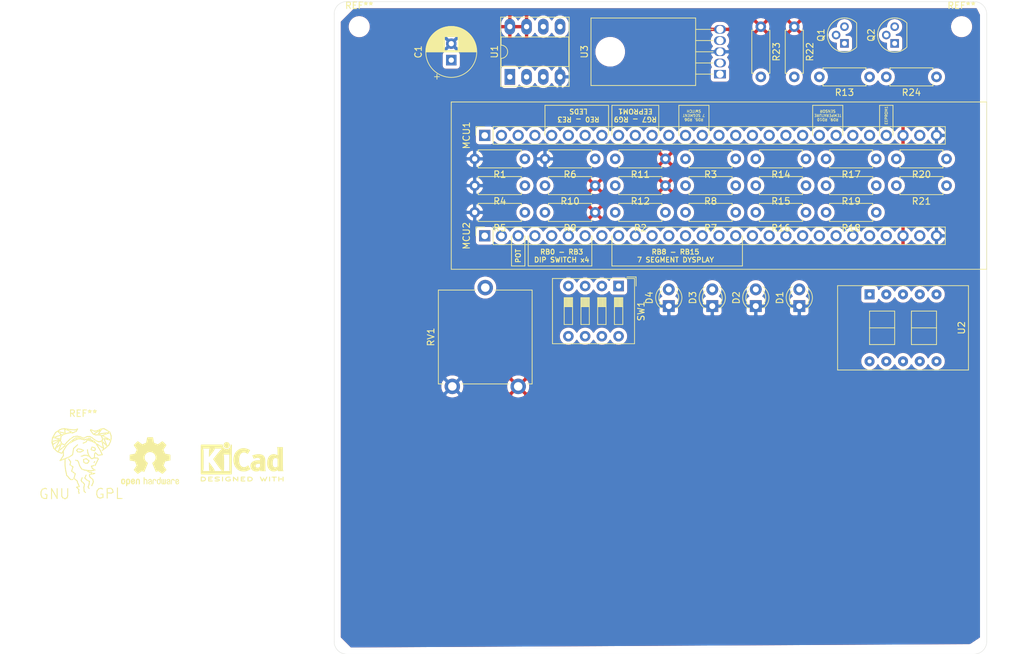
<source format=kicad_pcb>
(kicad_pcb (version 20171130) (host pcbnew "(5.1.0)-1")
  (layers (0 F.Cu signal) (31 B.Cu signal) (34 B.Paste user) (35 F.Paste user) (36 B.SilkS user) (37 F.SilkS user) (38 B.Mask user) (39 F.Mask user) (44 Edge.Cuts user))
  (net 0 "")
  (net 1 "Net-(C1-Pad1)")
  (net 2 GND)
  (net 3 "Net-(D1-Pad2)")
  (net 4 "Net-(D2-Pad2)")
  (net 5 "Net-(D3-Pad2)")
  (net 6 "Net-(D4-Pad2)")
  (net 7 /RE7)
  (net 8 /RE6)
  (net 9 /RE5)
  (net 10 /RE4)
  (net 11 /RE3)
  (net 12 /RE2)
  (net 13 /RE1)
  (net 14 /RE0)
  (net 15 /RG7)
  (net 16 /RG8)
  (net 17 /RG9)
  (net 18 /RD7)
  (net 19 /RD6)
  (net 20 /RD5)
  (net 21 /RD4)
  (net 22 /RD3)
  (net 23 /RD2)
  (net 24 /RD1)
  (net 25 /RD0)
  (net 26 /RD11)
  (net 27 /RD10)
  (net 28 /RD9)
  (net 29 /RD8)
  (net 30 /RG3)
  (net 31 /RG6)
  (net 32 /+3.3V)
  (net 33 /+5V_EXT)
  (net 34 /RC13)
  (net 35 /RG2)
  (net 36 /VUSB)
  (net 37 /VBUS)
  (net 38 /RF5)
  (net 39 /RF4)
  (net 40 /RF3)
  (net 41 /RF1)
  (net 42 /RF0)
  (net 43 /RB15)
  (net 44 /RB14)
  (net 45 /RB13)
  (net 46 /RB12)
  (net 47 /RB11)
  (net 48 /RB10)
  (net 49 /RB9)
  (net 50 /RB8)
  (net 51 /RB7)
  (net 52 /RB0)
  (net 53 /RB1)
  (net 54 /RB2)
  (net 55 /RB3)
  (net 56 /RB4)
  (net 57 /RB5)
  (net 58 /RB6)
  (net 59 "Net-(Q1-Pad3)")
  (net 60 "Net-(Q1-Pad1)")
  (net 61 "Net-(Q2-Pad1)")
  (net 62 "Net-(R9-Pad2)")
  (net 63 "Net-(R10-Pad2)")
  (net 64 "Net-(R11-Pad2)")
  (net 65 "Net-(R12-Pad2)")
  (net 66 "Net-(R14-Pad1)")
  (net 67 "Net-(R15-Pad1)")
  (net 68 "Net-(R16-Pad1)")
  (net 69 "Net-(R17-Pad1)")
  (net 70 "Net-(R18-Pad1)")
  (net 71 "Net-(R19-Pad1)")
  (net 72 "Net-(R20-Pad1)")
  (net 73 "Net-(R21-Pad1)")
  (module Symbol:Symbol_GNU-Logo_SilkscreenTop (layer F.Cu) (at 88.9 93.98)
    (fp_text reference REF** (at 0 -6.05028) (layer F.SilkS))
    (fp_text value Symbol_GNU-Logo_SilkscreenTop)
  )
  (module Symbol:OSHW-Logo2_9.8x8mm_SilkScreen (layer F.Cu) (at 99.06 95.25)
    (fp_text reference REF** hide)
    (fp_text value OSHW-Logo2_9.8x8mm_SilkScreen hide)
  )
  (module Symbol:KiCad-Logo2_5mm_SilkScreen (layer F.Cu) (at 113.03 95.25)
    (fp_text reference REF** hide)
    (fp_text value KiCad-Logo2_5mm_SilkScreen hide)
  )
  (module MountingHole:MountingHole_2.2mm_M2 (layer F.Cu) (at 222.25 29.21)
    (fp_text reference REF** (at 0 -3.2) (layer F.SilkS))
    (fp_text value MountingHole_2.2mm_M2)
    (pad 1 np_thru_hole circle (at 0 0) (size 2.2 2.2) (drill 2.2) (layers *.Cu *.Mask))
  )
  (module MountingHole:MountingHole_2.2mm_M2 (layer F.Cu) (at 130.81 29.21)
    (fp_text reference REF** (at 0 -3.2) (layer F.SilkS))
    (fp_text value MountingHole_2.2mm_M2)
    (pad 1 np_thru_hole circle (at 0 0) (size 2.2 2.2) (drill 2.2) (layers *.Cu *.Mask))
  )
  (module Capacitor_THT:CP_Radial_D7.5mm_P2.50mm (layer F.Cu) (at 144.78 34.29 90)
    (fp_text reference C1 (at 1.25 -5 90) (layer F.SilkS))
    (fp_text value 100nF)
    (pad 1 thru_hole rect (at 0 0 90) (size 1.6 1.6) (drill 0.8) (layers *.Cu *.Mask) (net 1 "Net-(C1-Pad1)"))
    (pad 2 thru_hole circle (at 2.5 0 90) (size 1.6 1.6) (drill 0.8) (layers *.Cu *.Mask) (net 2 GND))
  )
  (module LED_THT:LED_D3.0mm (layer F.Cu) (at 197.612 71.628 90)
    (fp_text reference D1 (at 1.27 -2.96 90) (layer F.SilkS))
    (fp_text value LED)
    (pad 2 thru_hole circle (at 2.54 0 90) (size 1.8 1.8) (drill 0.9) (layers *.Cu *.Mask) (net 3 "Net-(D1-Pad2)"))
    (pad 1 thru_hole rect (at 0 0 90) (size 1.8 1.8) (drill 0.9) (layers *.Cu *.Mask) (net 2 GND))
  )
  (module LED_THT:LED_D3.0mm (layer F.Cu) (at 191.008 71.628 90)
    (fp_text reference D2 (at 1.27 -2.96 90) (layer F.SilkS))
    (fp_text value LED)
    (pad 1 thru_hole rect (at 0 0 90) (size 1.8 1.8) (drill 0.9) (layers *.Cu *.Mask) (net 2 GND))
    (pad 2 thru_hole circle (at 2.54 0 90) (size 1.8 1.8) (drill 0.9) (layers *.Cu *.Mask) (net 4 "Net-(D2-Pad2)"))
  )
  (module LED_THT:LED_D3.0mm (layer F.Cu) (at 184.404 71.628 90)
    (fp_text reference D3 (at 1.27 -2.96 90) (layer F.SilkS))
    (fp_text value LED)
    (pad 1 thru_hole rect (at 0 0 90) (size 1.8 1.8) (drill 0.9) (layers *.Cu *.Mask) (net 2 GND))
    (pad 2 thru_hole circle (at 2.54 0 90) (size 1.8 1.8) (drill 0.9) (layers *.Cu *.Mask) (net 5 "Net-(D3-Pad2)"))
  )
  (module LED_THT:LED_D3.0mm (layer F.Cu) (at 177.8 71.628 90)
    (fp_text reference D4 (at 1.27 -2.96 90) (layer F.SilkS))
    (fp_text value LED)
    (pad 2 thru_hole circle (at 2.54 0 90) (size 1.8 1.8) (drill 0.9) (layers *.Cu *.Mask) (net 6 "Net-(D4-Pad2)"))
    (pad 1 thru_hole rect (at 0 0 90) (size 1.8 1.8) (drill 0.9) (layers *.Cu *.Mask) (net 2 GND))
  )
  (module Package_TO_SOT_THT:TO-92 (layer F.Cu) (at 204.47 31.75 90)
    (fp_text reference Q1 (at 1.27 -3.56 90) (layer F.SilkS))
    (fp_text value VN2222)
    (pad 2 thru_hole circle (at 1.27 -1.27 180) (size 1.3 1.3) (drill 0.75) (layers *.Cu *.Mask) (net 19 /RD6))
    (pad 3 thru_hole circle (at 2.54 0 180) (size 1.3 1.3) (drill 0.75) (layers *.Cu *.Mask) (net 59 "Net-(Q1-Pad3)"))
    (pad 1 thru_hole rect (at 0 0 180) (size 1.3 1.3) (drill 0.75) (layers *.Cu *.Mask) (net 60 "Net-(Q1-Pad1)"))
  )
  (module Package_TO_SOT_THT:TO-92 (layer F.Cu) (at 212.09 31.75 90)
    (fp_text reference Q2 (at 1.27 -3.56 90) (layer F.SilkS))
    (fp_text value VN2222)
    (pad 1 thru_hole rect (at 0 0 180) (size 1.3 1.3) (drill 0.75) (layers *.Cu *.Mask) (net 61 "Net-(Q2-Pad1)"))
    (pad 3 thru_hole circle (at 2.54 0 180) (size 1.3 1.3) (drill 0.75) (layers *.Cu *.Mask) (net 59 "Net-(Q1-Pad3)"))
    (pad 2 thru_hole circle (at 1.27 -1.27 180) (size 1.3 1.3) (drill 0.75) (layers *.Cu *.Mask) (net 20 /RD5))
  )
  (module Resistor_THT:R_Axial_DIN0207_L6.3mm_D2.5mm_P7.62mm_Horizontal (layer F.Cu) (at 155.956 49.276 180)
    (fp_text reference R1 (at 3.81 -2.37 180) (layer F.SilkS))
    (fp_text value "10k ")
    (pad 2 thru_hole oval (at 7.62 0 180) (size 1.6 1.6) (drill 0.8) (layers *.Cu *.Mask) (net 2 GND))
    (pad 1 thru_hole circle (at 0 0 180) (size 1.6 1.6) (drill 0.8) (layers *.Cu *.Mask) (net 55 /RB3))
  )
  (module Resistor_THT:R_Axial_DIN0207_L6.3mm_D2.5mm_P7.62mm_Horizontal (layer F.Cu) (at 177.292 57.404 180)
    (fp_text reference R2 (at 3.81 -2.37 180) (layer F.SilkS))
    (fp_text value 270)
    (pad 1 thru_hole circle (at 0 0 180) (size 1.6 1.6) (drill 0.8) (layers *.Cu *.Mask) (net 4 "Net-(D2-Pad2)"))
    (pad 2 thru_hole oval (at 7.62 0 180) (size 1.6 1.6) (drill 0.8) (layers *.Cu *.Mask) (net 12 /RE2))
  )
  (module Resistor_THT:R_Axial_DIN0207_L6.3mm_D2.5mm_P7.62mm_Horizontal (layer F.Cu) (at 187.96 49.276 180)
    (fp_text reference R3 (at 3.81 -2.37 180) (layer F.SilkS))
    (fp_text value 270)
    (pad 1 thru_hole circle (at 0 0 180) (size 1.6 1.6) (drill 0.8) (layers *.Cu *.Mask) (net 3 "Net-(D1-Pad2)"))
    (pad 2 thru_hole oval (at 7.62 0 180) (size 1.6 1.6) (drill 0.8) (layers *.Cu *.Mask) (net 11 /RE3))
  )
  (module Resistor_THT:R_Axial_DIN0207_L6.3mm_D2.5mm_P7.62mm_Horizontal (layer F.Cu) (at 155.956 53.34 180)
    (fp_text reference R4 (at 3.81 -2.37 180) (layer F.SilkS))
    (fp_text value "10k ")
    (pad 1 thru_hole circle (at 0 0 180) (size 1.6 1.6) (drill 0.8) (layers *.Cu *.Mask) (net 54 /RB2))
    (pad 2 thru_hole oval (at 7.62 0 180) (size 1.6 1.6) (drill 0.8) (layers *.Cu *.Mask) (net 2 GND))
  )
  (module Resistor_THT:R_Axial_DIN0207_L6.3mm_D2.5mm_P7.62mm_Horizontal (layer F.Cu) (at 155.956 57.404 180)
    (fp_text reference R5 (at 3.81 -2.37 180) (layer F.SilkS))
    (fp_text value "10k ")
    (pad 2 thru_hole oval (at 7.62 0 180) (size 1.6 1.6) (drill 0.8) (layers *.Cu *.Mask) (net 2 GND))
    (pad 1 thru_hole circle (at 0 0 180) (size 1.6 1.6) (drill 0.8) (layers *.Cu *.Mask) (net 53 /RB1))
  )
  (module Resistor_THT:R_Axial_DIN0207_L6.3mm_D2.5mm_P7.62mm_Horizontal (layer F.Cu) (at 166.624 49.276 180)
    (fp_text reference R6 (at 3.81 -2.37 180) (layer F.SilkS))
    (fp_text value "10k ")
    (pad 1 thru_hole circle (at 0 0 180) (size 1.6 1.6) (drill 0.8) (layers *.Cu *.Mask) (net 52 /RB0))
    (pad 2 thru_hole oval (at 7.62 0 180) (size 1.6 1.6) (drill 0.8) (layers *.Cu *.Mask) (net 2 GND))
  )
  (module Resistor_THT:R_Axial_DIN0207_L6.3mm_D2.5mm_P7.62mm_Horizontal (layer F.Cu) (at 187.96 57.404 180)
    (fp_text reference R7 (at 3.81 -2.37 180) (layer F.SilkS))
    (fp_text value 270)
    (pad 2 thru_hole oval (at 7.62 0 180) (size 1.6 1.6) (drill 0.8) (layers *.Cu *.Mask) (net 5 "Net-(D3-Pad2)"))
    (pad 1 thru_hole circle (at 0 0 180) (size 1.6 1.6) (drill 0.8) (layers *.Cu *.Mask) (net 13 /RE1))
  )
  (module Resistor_THT:R_Axial_DIN0207_L6.3mm_D2.5mm_P7.62mm_Horizontal (layer F.Cu) (at 187.96 53.34 180)
    (fp_text reference R8 (at 3.81 -2.37 180) (layer F.SilkS))
    (fp_text value 270)
    (pad 1 thru_hole circle (at 0 0 180) (size 1.6 1.6) (drill 0.8) (layers *.Cu *.Mask) (net 14 /RE0))
    (pad 2 thru_hole oval (at 7.62 0 180) (size 1.6 1.6) (drill 0.8) (layers *.Cu *.Mask) (net 6 "Net-(D4-Pad2)"))
  )
  (module Resistor_THT:R_Axial_DIN0207_L6.3mm_D2.5mm_P7.62mm_Horizontal (layer F.Cu) (at 166.624 57.404 180)
    (fp_text reference R9 (at 3.81 -2.37 180) (layer F.SilkS))
    (fp_text value 470)
    (pad 1 thru_hole circle (at 0 0 180) (size 1.6 1.6) (drill 0.8) (layers *.Cu *.Mask) (net 32 /+3.3V))
    (pad 2 thru_hole oval (at 7.62 0 180) (size 1.6 1.6) (drill 0.8) (layers *.Cu *.Mask) (net 62 "Net-(R9-Pad2)"))
  )
  (module Resistor_THT:R_Axial_DIN0207_L6.3mm_D2.5mm_P7.62mm_Horizontal (layer F.Cu) (at 166.624 53.34 180)
    (fp_text reference R10 (at 3.81 -2.37 180) (layer F.SilkS))
    (fp_text value 470)
    (pad 2 thru_hole oval (at 7.62 0 180) (size 1.6 1.6) (drill 0.8) (layers *.Cu *.Mask) (net 63 "Net-(R10-Pad2)"))
    (pad 1 thru_hole circle (at 0 0 180) (size 1.6 1.6) (drill 0.8) (layers *.Cu *.Mask) (net 32 /+3.3V))
  )
  (module Resistor_THT:R_Axial_DIN0207_L6.3mm_D2.5mm_P7.62mm_Horizontal (layer F.Cu) (at 177.292 49.276 180)
    (fp_text reference R11 (at 3.81 -2.37 180) (layer F.SilkS))
    (fp_text value 470)
    (pad 1 thru_hole circle (at 0 0 180) (size 1.6 1.6) (drill 0.8) (layers *.Cu *.Mask) (net 32 /+3.3V))
    (pad 2 thru_hole oval (at 7.62 0 180) (size 1.6 1.6) (drill 0.8) (layers *.Cu *.Mask) (net 64 "Net-(R11-Pad2)"))
  )
  (module Resistor_THT:R_Axial_DIN0207_L6.3mm_D2.5mm_P7.62mm_Horizontal (layer F.Cu) (at 177.292 53.34 180)
    (fp_text reference R12 (at 3.81 -2.37 180) (layer F.SilkS))
    (fp_text value 470)
    (pad 2 thru_hole oval (at 7.62 0 180) (size 1.6 1.6) (drill 0.8) (layers *.Cu *.Mask) (net 65 "Net-(R12-Pad2)"))
    (pad 1 thru_hole circle (at 0 0 180) (size 1.6 1.6) (drill 0.8) (layers *.Cu *.Mask) (net 32 /+3.3V))
  )
  (module Resistor_THT:R_Axial_DIN0207_L6.3mm_D2.5mm_P7.62mm_Horizontal (layer F.Cu) (at 208.28 36.83 180)
    (fp_text reference R13 (at 3.81 -2.37 180) (layer F.SilkS))
    (fp_text value 10k)
    (pad 2 thru_hole oval (at 7.62 0 180) (size 1.6 1.6) (drill 0.8) (layers *.Cu *.Mask) (net 19 /RD6))
    (pad 1 thru_hole circle (at 0 0 180) (size 1.6 1.6) (drill 0.8) (layers *.Cu *.Mask) (net 59 "Net-(Q1-Pad3)"))
  )
  (module Resistor_THT:R_Axial_DIN0207_L6.3mm_D2.5mm_P7.62mm_Horizontal (layer F.Cu) (at 198.628 49.276 180)
    (fp_text reference R14 (at 3.81 -2.37 180) (layer F.SilkS))
    (fp_text value 330)
    (pad 2 thru_hole oval (at 7.62 0 180) (size 1.6 1.6) (drill 0.8) (layers *.Cu *.Mask) (net 50 /RB8))
    (pad 1 thru_hole circle (at 0 0 180) (size 1.6 1.6) (drill 0.8) (layers *.Cu *.Mask) (net 66 "Net-(R14-Pad1)"))
  )
  (module Resistor_THT:R_Axial_DIN0207_L6.3mm_D2.5mm_P7.62mm_Horizontal (layer F.Cu) (at 198.628 53.34 180)
    (fp_text reference R15 (at 3.81 -2.37 180) (layer F.SilkS))
    (fp_text value 330)
    (pad 1 thru_hole circle (at 0 0 180) (size 1.6 1.6) (drill 0.8) (layers *.Cu *.Mask) (net 67 "Net-(R15-Pad1)"))
    (pad 2 thru_hole oval (at 7.62 0 180) (size 1.6 1.6) (drill 0.8) (layers *.Cu *.Mask) (net 49 /RB9))
  )
  (module Resistor_THT:R_Axial_DIN0207_L6.3mm_D2.5mm_P7.62mm_Horizontal (layer F.Cu) (at 198.628 57.404 180)
    (fp_text reference R16 (at 3.81 -2.37 180) (layer F.SilkS))
    (fp_text value 330)
    (pad 2 thru_hole oval (at 7.62 0 180) (size 1.6 1.6) (drill 0.8) (layers *.Cu *.Mask) (net 48 /RB10))
    (pad 1 thru_hole circle (at 0 0 180) (size 1.6 1.6) (drill 0.8) (layers *.Cu *.Mask) (net 68 "Net-(R16-Pad1)"))
  )
  (module Resistor_THT:R_Axial_DIN0207_L6.3mm_D2.5mm_P7.62mm_Horizontal (layer F.Cu) (at 209.296 49.276 180)
    (fp_text reference R17 (at 3.81 -2.37 180) (layer F.SilkS))
    (fp_text value 330)
    (pad 1 thru_hole circle (at 0 0 180) (size 1.6 1.6) (drill 0.8) (layers *.Cu *.Mask) (net 69 "Net-(R17-Pad1)"))
    (pad 2 thru_hole oval (at 7.62 0 180) (size 1.6 1.6) (drill 0.8) (layers *.Cu *.Mask) (net 47 /RB11))
  )
  (module Resistor_THT:R_Axial_DIN0207_L6.3mm_D2.5mm_P7.62mm_Horizontal (layer F.Cu) (at 209.296 57.404 180)
    (fp_text reference R18 (at 3.81 -2.37 180) (layer F.SilkS))
    (fp_text value 330)
    (pad 2 thru_hole oval (at 7.62 0 180) (size 1.6 1.6) (drill 0.8) (layers *.Cu *.Mask) (net 46 /RB12))
    (pad 1 thru_hole circle (at 0 0 180) (size 1.6 1.6) (drill 0.8) (layers *.Cu *.Mask) (net 70 "Net-(R18-Pad1)"))
  )
  (module Resistor_THT:R_Axial_DIN0207_L6.3mm_D2.5mm_P7.62mm_Horizontal (layer F.Cu) (at 209.296 53.34 180)
    (fp_text reference R19 (at 3.81 -2.37 180) (layer F.SilkS))
    (fp_text value 330)
    (pad 1 thru_hole circle (at 0 0 180) (size 1.6 1.6) (drill 0.8) (layers *.Cu *.Mask) (net 71 "Net-(R19-Pad1)"))
    (pad 2 thru_hole oval (at 7.62 0 180) (size 1.6 1.6) (drill 0.8) (layers *.Cu *.Mask) (net 45 /RB13))
  )
  (module Resistor_THT:R_Axial_DIN0207_L6.3mm_D2.5mm_P7.62mm_Horizontal (layer F.Cu) (at 219.964 49.276 180)
    (fp_text reference R20 (at 3.81 -2.37 180) (layer F.SilkS))
    (fp_text value 330)
    (pad 1 thru_hole circle (at 0 0 180) (size 1.6 1.6) (drill 0.8) (layers *.Cu *.Mask) (net 72 "Net-(R20-Pad1)"))
    (pad 2 thru_hole oval (at 7.62 0 180) (size 1.6 1.6) (drill 0.8) (layers *.Cu *.Mask) (net 44 /RB14))
  )
  (module Resistor_THT:R_Axial_DIN0207_L6.3mm_D2.5mm_P7.62mm_Horizontal (layer F.Cu) (at 219.964 53.34 180)
    (fp_text reference R21 (at 3.81 -2.37 180) (layer F.SilkS))
    (fp_text value 330)
    (pad 2 thru_hole oval (at 7.62 0 180) (size 1.6 1.6) (drill 0.8) (layers *.Cu *.Mask) (net 43 /RB15))
    (pad 1 thru_hole circle (at 0 0 180) (size 1.6 1.6) (drill 0.8) (layers *.Cu *.Mask) (net 73 "Net-(R21-Pad1)"))
  )
  (module Resistor_THT:R_Axial_DIN0207_L6.3mm_D2.5mm_P7.62mm_Horizontal (layer F.Cu) (at 196.85 29.21 270)
    (fp_text reference R22 (at 3.81 -2.37 270) (layer F.SilkS))
    (fp_text value 2k7)
    (pad 2 thru_hole oval (at 7.62 0 270) (size 1.6 1.6) (drill 0.8) (layers *.Cu *.Mask) (net 27 /RD10))
    (pad 1 thru_hole circle (at 0 0 270) (size 1.6 1.6) (drill 0.8) (layers *.Cu *.Mask) (net 32 /+3.3V))
  )
  (module Resistor_THT:R_Axial_DIN0207_L6.3mm_D2.5mm_P7.62mm_Horizontal (layer F.Cu) (at 191.77 29.21 270)
    (fp_text reference R23 (at 3.81 -2.37 270) (layer F.SilkS))
    (fp_text value 2k7)
    (pad 2 thru_hole oval (at 7.62 0 270) (size 1.6 1.6) (drill 0.8) (layers *.Cu *.Mask) (net 28 /RD9))
    (pad 1 thru_hole circle (at 0 0 270) (size 1.6 1.6) (drill 0.8) (layers *.Cu *.Mask) (net 32 /+3.3V))
  )
  (module Resistor_THT:R_Axial_DIN0207_L6.3mm_D2.5mm_P7.62mm_Horizontal (layer F.Cu) (at 218.44 36.83 180)
    (fp_text reference R24 (at 3.81 -2.37 180) (layer F.SilkS))
    (fp_text value 10k)
    (pad 1 thru_hole circle (at 0 0 180) (size 1.6 1.6) (drill 0.8) (layers *.Cu *.Mask) (net 59 "Net-(Q1-Pad3)"))
    (pad 2 thru_hole oval (at 7.62 0 180) (size 1.6 1.6) (drill 0.8) (layers *.Cu *.Mask) (net 20 /RD5))
  )
  (module Potentiometer_THT:Potentiometer_ACP_CA14V-15_Vertical (layer F.Cu) (at 154.94 83.82 90)
    (fp_text reference RV1 (at 7.5 -13.25 90) (layer F.SilkS))
    (fp_text value 10k)
    (pad 3 thru_hole circle (at 0 -10 90) (size 2.34 2.34) (drill 1.3) (layers *.Cu *.Mask) (net 2 GND))
    (pad 2 thru_hole circle (at 15 -5 90) (size 2.34 2.34) (drill 1.3) (layers *.Cu *.Mask) (net 56 /RB4))
    (pad 1 thru_hole circle (at 0 0 90) (size 2.34 2.34) (drill 1.3) (layers *.Cu *.Mask) (net 32 /+3.3V))
  )
  (module Button_Switch_THT:SW_DIP_SPSTx04_Slide_9.78x12.34mm_W7.62mm_P2.54mm (layer F.Cu) (at 170.18 68.58 270)
    (fp_text reference SW1 (at 3.81 -3.42 270) (layer F.SilkS))
    (fp_text value SW_DIP_x04)
    (pad 1 thru_hole rect (at 0 0 270) (size 1.6 1.6) (drill 0.8) (layers *.Cu *.Mask) (net 52 /RB0))
    (pad 5 thru_hole oval (at 7.62 7.62 270) (size 1.6 1.6) (drill 0.8) (layers *.Cu *.Mask) (net 65 "Net-(R12-Pad2)"))
    (pad 2 thru_hole oval (at 0 2.54 270) (size 1.6 1.6) (drill 0.8) (layers *.Cu *.Mask) (net 53 /RB1))
    (pad 6 thru_hole oval (at 7.62 5.08 270) (size 1.6 1.6) (drill 0.8) (layers *.Cu *.Mask) (net 64 "Net-(R11-Pad2)"))
    (pad 3 thru_hole oval (at 0 5.08 270) (size 1.6 1.6) (drill 0.8) (layers *.Cu *.Mask) (net 54 /RB2))
    (pad 7 thru_hole oval (at 7.62 2.54 270) (size 1.6 1.6) (drill 0.8) (layers *.Cu *.Mask) (net 63 "Net-(R10-Pad2)"))
    (pad 4 thru_hole oval (at 0 7.62 270) (size 1.6 1.6) (drill 0.8) (layers *.Cu *.Mask) (net 55 /RB3))
    (pad 8 thru_hole oval (at 7.62 0 270) (size 1.6 1.6) (drill 0.8) (layers *.Cu *.Mask) (net 62 "Net-(R9-Pad2)"))
  )
  (module Package_DIP:DIP-8_W7.62mm_Socket_LongPads (layer F.Cu) (at 153.67 36.83 90)
    (fp_text reference U1 (at 3.81 -2.33 90) (layer F.SilkS))
    (fp_text value 25LC040A)
    (pad 1 thru_hole rect (at 0 0 90) (size 2.4 1.6) (drill 0.8) (layers *.Cu *.Mask) (net 17 /RG9))
    (pad 5 thru_hole oval (at 7.62 7.62 90) (size 2.4 1.6) (drill 0.8) (layers *.Cu *.Mask) (net 16 /RG8))
    (pad 2 thru_hole oval (at 0 2.54 90) (size 2.4 1.6) (drill 0.8) (layers *.Cu *.Mask) (net 15 /RG7))
    (pad 6 thru_hole oval (at 7.62 5.08 90) (size 2.4 1.6) (drill 0.8) (layers *.Cu *.Mask) (net 31 /RG6))
    (pad 3 thru_hole oval (at 0 5.08 90) (size 2.4 1.6) (drill 0.8) (layers *.Cu *.Mask) (net 1 "Net-(C1-Pad1)"))
    (pad 7 thru_hole oval (at 7.62 2.54 90) (size 2.4 1.6) (drill 0.8) (layers *.Cu *.Mask) (net 32 /+3.3V))
    (pad 4 thru_hole oval (at 0 7.62 90) (size 2.4 1.6) (drill 0.8) (layers *.Cu *.Mask) (net 2 GND))
    (pad 8 thru_hole oval (at 7.62 0 90) (size 2.4 1.6) (drill 0.8) (layers *.Cu *.Mask) (net 32 /+3.3V))
  )
  (module LTD-4708JR:LTD-4708JR (layer F.Cu) (at 213.36 74.93)
    (fp_text reference U2 (at 8.89 0 270) (layer F.SilkS))
    (fp_text value LTD-4708JR)
    (pad 10 thru_hole circle (at -5.08 5.08) (size 1.524 1.524) (drill 0.61) (layers *.Cu *.Mask) (net 66 "Net-(R14-Pad1)"))
    (pad 9 thru_hole circle (at -2.54 5.08) (size 1.524 1.524) (drill 0.61) (layers *.Cu *.Mask) (net 60 "Net-(Q1-Pad1)"))
    (pad 8 thru_hole circle (at 0 5.08) (size 1.524 1.524) (drill 0.61) (layers *.Cu *.Mask) (net 67 "Net-(R15-Pad1)"))
    (pad 7 thru_hole circle (at 2.54 5.08) (size 1.524 1.524) (drill 0.61) (layers *.Cu *.Mask) (net 72 "Net-(R20-Pad1)"))
    (pad 6 thru_hole circle (at 5.08 5.08) (size 1.524 1.524) (drill 0.61) (layers *.Cu *.Mask) (net 71 "Net-(R19-Pad1)"))
    (pad 5 thru_hole circle (at 5.08 -5.08) (size 1.524 1.524) (drill 0.61) (layers *.Cu *.Mask) (net 69 "Net-(R17-Pad1)"))
    (pad 4 thru_hole circle (at 2.54 -5.08) (size 1.524 1.524) (drill 0.61) (layers *.Cu *.Mask) (net 61 "Net-(Q2-Pad1)"))
    (pad 3 thru_hole circle (at 0 -5.08) (size 1.524 1.524) (drill 0.61) (layers *.Cu *.Mask) (net 70 "Net-(R18-Pad1)"))
    (pad 2 thru_hole circle (at -2.54 -5.08) (size 1.524 1.524) (drill 0.61) (layers *.Cu *.Mask) (net 73 "Net-(R21-Pad1)"))
    (pad 1 thru_hole rect (at -5.08 -5.08) (size 1.524 1.524) (drill 0.61) (layers *.Cu *.Mask) (net 68 "Net-(R16-Pad1)"))
  )
  (module Package_TO_SOT_THT:TO-220-5_Horizontal_TabDown (layer F.Cu) (at 185.57 36.42 90)
    (fp_text reference U3 (at 3.4 -20.58 90) (layer F.SilkS))
    (fp_text value TC74)
    (pad "" np_thru_hole oval (at 3.4 -16.66 90) (size 3.5 3.5) (drill 3.5) (layers *.Cu *.Mask))
    (pad 1 thru_hole rect (at 0 0 90) (size 1.275 1.8) (drill 1.1) (layers *.Cu *.Mask))
    (pad 2 thru_hole oval (at 1.7 0 90) (size 1.275 1.8) (drill 1.1) (layers *.Cu *.Mask) (net 28 /RD9))
    (pad 3 thru_hole oval (at 3.4 0 90) (size 1.275 1.8) (drill 1.1) (layers *.Cu *.Mask) (net 2 GND))
    (pad 4 thru_hole oval (at 5.1 0 90) (size 1.275 1.8) (drill 1.1) (layers *.Cu *.Mask) (net 27 /RD10))
    (pad 5 thru_hole oval (at 6.8 0 90) (size 1.275 1.8) (drill 1.1) (layers *.Cu *.Mask) (net 32 /+3.3V))
  )
  (module Connector_PinSocket_2.54mm:PinSocket_1x28_P2.54mm_Vertical (layer F.Cu) (at 149.86 45.72 90)
    (fp_text reference MCU1 (at 0 -2.77 90) (layer F.SilkS))
    (fp_text value "CN1(DETPIC32)")
    (pad 1 thru_hole rect (at 0 0 90) (size 1.7 1.7) (drill 1) (layers *.Cu *.Mask) (net 7 /RE7))
    (pad 2 thru_hole oval (at 0 2.54 90) (size 1.7 1.7) (drill 1) (layers *.Cu *.Mask) (net 8 /RE6))
    (pad 3 thru_hole oval (at 0 5.08 90) (size 1.7 1.7) (drill 1) (layers *.Cu *.Mask) (net 9 /RE5))
    (pad 4 thru_hole oval (at 0 7.62 90) (size 1.7 1.7) (drill 1) (layers *.Cu *.Mask) (net 10 /RE4))
    (pad 5 thru_hole oval (at 0 10.16 90) (size 1.7 1.7) (drill 1) (layers *.Cu *.Mask) (net 11 /RE3))
    (pad 6 thru_hole oval (at 0 12.7 90) (size 1.7 1.7) (drill 1) (layers *.Cu *.Mask) (net 12 /RE2))
    (pad 7 thru_hole oval (at 0 15.24 90) (size 1.7 1.7) (drill 1) (layers *.Cu *.Mask) (net 13 /RE1))
    (pad 8 thru_hole oval (at 0 17.78 90) (size 1.7 1.7) (drill 1) (layers *.Cu *.Mask) (net 14 /RE0))
    (pad 9 thru_hole oval (at 0 20.32 90) (size 1.7 1.7) (drill 1) (layers *.Cu *.Mask) (net 15 /RG7))
    (pad 10 thru_hole oval (at 0 22.86 90) (size 1.7 1.7) (drill 1) (layers *.Cu *.Mask) (net 16 /RG8))
    (pad 11 thru_hole oval (at 0 25.4 90) (size 1.7 1.7) (drill 1) (layers *.Cu *.Mask) (net 17 /RG9))
    (pad 12 thru_hole oval (at 0 27.94 90) (size 1.7 1.7) (drill 1) (layers *.Cu *.Mask) (net 18 /RD7))
    (pad 13 thru_hole oval (at 0 30.48 90) (size 1.7 1.7) (drill 1) (layers *.Cu *.Mask) (net 19 /RD6))
    (pad 14 thru_hole oval (at 0 33.02 90) (size 1.7 1.7) (drill 1) (layers *.Cu *.Mask) (net 20 /RD5))
    (pad 15 thru_hole oval (at 0 35.56 90) (size 1.7 1.7) (drill 1) (layers *.Cu *.Mask) (net 21 /RD4))
    (pad 16 thru_hole oval (at 0 38.1 90) (size 1.7 1.7) (drill 1) (layers *.Cu *.Mask) (net 22 /RD3))
    (pad 17 thru_hole oval (at 0 40.64 90) (size 1.7 1.7) (drill 1) (layers *.Cu *.Mask) (net 23 /RD2))
    (pad 18 thru_hole oval (at 0 43.18 90) (size 1.7 1.7) (drill 1) (layers *.Cu *.Mask) (net 24 /RD1))
    (pad 19 thru_hole oval (at 0 45.72 90) (size 1.7 1.7) (drill 1) (layers *.Cu *.Mask) (net 25 /RD0))
    (pad 20 thru_hole oval (at 0 48.26 90) (size 1.7 1.7) (drill 1) (layers *.Cu *.Mask) (net 26 /RD11))
    (pad 21 thru_hole oval (at 0 50.8 90) (size 1.7 1.7) (drill 1) (layers *.Cu *.Mask) (net 27 /RD10))
    (pad 22 thru_hole oval (at 0 53.34 90) (size 1.7 1.7) (drill 1) (layers *.Cu *.Mask) (net 28 /RD9))
    (pad 23 thru_hole oval (at 0 55.88 90) (size 1.7 1.7) (drill 1) (layers *.Cu *.Mask) (net 29 /RD8))
    (pad 24 thru_hole oval (at 0 58.42 90) (size 1.7 1.7) (drill 1) (layers *.Cu *.Mask) (net 30 /RG3))
    (pad 25 thru_hole oval (at 0 60.96 90) (size 1.7 1.7) (drill 1) (layers *.Cu *.Mask) (net 31 /RG6))
    (pad 26 thru_hole oval (at 0 63.5 90) (size 1.7 1.7) (drill 1) (layers *.Cu *.Mask) (net 32 /+3.3V))
    (pad 27 thru_hole oval (at 0 66.04 90) (size 1.7 1.7) (drill 1) (layers *.Cu *.Mask) (net 33 /+5V_EXT))
    (pad 28 thru_hole oval (at 0 68.58 90) (size 1.7 1.7) (drill 1) (layers *.Cu *.Mask) (net 2 GND))
  )
  (module Connector_PinSocket_2.54mm:PinSocket_1x28_P2.54mm_Vertical (layer F.Cu) (at 149.86 60.96 90)
    (fp_text reference MCU2 (at 0 -2.77 90) (layer F.SilkS))
    (fp_text value "CN2(DETPIC32)")
    (pad 28 thru_hole oval (at 0 68.58 90) (size 1.7 1.7) (drill 1) (layers *.Cu *.Mask) (net 2 GND))
    (pad 27 thru_hole oval (at 0 66.04 90) (size 1.7 1.7) (drill 1) (layers *.Cu *.Mask) (net 33 /+5V_EXT))
    (pad 26 thru_hole oval (at 0 63.5 90) (size 1.7 1.7) (drill 1) (layers *.Cu *.Mask) (net 32 /+3.3V))
    (pad 25 thru_hole oval (at 0 60.96 90) (size 1.7 1.7) (drill 1) (layers *.Cu *.Mask) (net 34 /RC13))
    (pad 24 thru_hole oval (at 0 58.42 90) (size 1.7 1.7) (drill 1) (layers *.Cu *.Mask) (net 35 /RG2))
    (pad 23 thru_hole oval (at 0 55.88 90) (size 1.7 1.7) (drill 1) (layers *.Cu *.Mask) (net 36 /VUSB))
    (pad 22 thru_hole oval (at 0 53.34 90) (size 1.7 1.7) (drill 1) (layers *.Cu *.Mask) (net 37 /VBUS))
    (pad 21 thru_hole oval (at 0 50.8 90) (size 1.7 1.7) (drill 1) (layers *.Cu *.Mask) (net 38 /RF5))
    (pad 20 thru_hole oval (at 0 48.26 90) (size 1.7 1.7) (drill 1) (layers *.Cu *.Mask) (net 39 /RF4))
    (pad 19 thru_hole oval (at 0 45.72 90) (size 1.7 1.7) (drill 1) (layers *.Cu *.Mask) (net 40 /RF3))
    (pad 18 thru_hole oval (at 0 43.18 90) (size 1.7 1.7) (drill 1) (layers *.Cu *.Mask) (net 41 /RF1))
    (pad 17 thru_hole oval (at 0 40.64 90) (size 1.7 1.7) (drill 1) (layers *.Cu *.Mask) (net 42 /RF0))
    (pad 16 thru_hole oval (at 0 38.1 90) (size 1.7 1.7) (drill 1) (layers *.Cu *.Mask) (net 43 /RB15))
    (pad 15 thru_hole oval (at 0 35.56 90) (size 1.7 1.7) (drill 1) (layers *.Cu *.Mask) (net 44 /RB14))
    (pad 14 thru_hole oval (at 0 33.02 90) (size 1.7 1.7) (drill 1) (layers *.Cu *.Mask) (net 45 /RB13))
    (pad 13 thru_hole oval (at 0 30.48 90) (size 1.7 1.7) (drill 1) (layers *.Cu *.Mask) (net 46 /RB12))
    (pad 12 thru_hole oval (at 0 27.94 90) (size 1.7 1.7) (drill 1) (layers *.Cu *.Mask) (net 47 /RB11))
    (pad 11 thru_hole oval (at 0 25.4 90) (size 1.7 1.7) (drill 1) (layers *.Cu *.Mask) (net 48 /RB10))
    (pad 10 thru_hole oval (at 0 22.86 90) (size 1.7 1.7) (drill 1) (layers *.Cu *.Mask) (net 49 /RB9))
    (pad 9 thru_hole oval (at 0 20.32 90) (size 1.7 1.7) (drill 1) (layers *.Cu *.Mask) (net 50 /RB8))
    (pad 8 thru_hole oval (at 0 17.78 90) (size 1.7 1.7) (drill 1) (layers *.Cu *.Mask) (net 51 /RB7))
    (pad 7 thru_hole oval (at 0 15.24 90) (size 1.7 1.7) (drill 1) (layers *.Cu *.Mask) (net 52 /RB0))
    (pad 6 thru_hole oval (at 0 12.7 90) (size 1.7 1.7) (drill 1) (layers *.Cu *.Mask) (net 53 /RB1))
    (pad 5 thru_hole oval (at 0 10.16 90) (size 1.7 1.7) (drill 1) (layers *.Cu *.Mask) (net 54 /RB2))
    (pad 4 thru_hole oval (at 0 7.62 90) (size 1.7 1.7) (drill 1) (layers *.Cu *.Mask) (net 55 /RB3))
    (pad 3 thru_hole oval (at 0 5.08 90) (size 1.7 1.7) (drill 1) (layers *.Cu *.Mask) (net 56 /RB4))
    (pad 2 thru_hole oval (at 0 2.54 90) (size 1.7 1.7) (drill 1) (layers *.Cu *.Mask) (net 57 /RB5))
    (pad 1 thru_hole rect (at 0 0 90) (size 1.7 1.7) (drill 1) (layers *.Cu *.Mask) (net 58 /RB6))
  )
  (gr_text EEPROM1 (at 210.82 42.672 90) (layer F.SilkS) (effects (font (size 0.4 0.4) (thickness 0.075))))
  (gr_line (start 211.836 41.148) (end 211.836 45.72) (layer F.SilkS) (width 0.12))
  (gr_line (start 209.804 41.148) (end 211.836 41.148) (layer F.SilkS) (width 0.12))
  (gr_line (start 209.804 45.72) (end 209.804 41.148) (layer F.SilkS) (width 0.12))
  (gr_text "RD9, RD10\nTEMPERATURE\nSENSOR" (at 201.93 42.672 180) (layer F.SilkS) (effects (font (size 0.4 0.4) (thickness 0.075))))
  (gr_line (start 204.216 41.148) (end 204.216 45.72) (layer F.SilkS) (width 0.12))
  (gr_line (start 199.644 41.148) (end 204.216 41.148) (layer F.SilkS) (width 0.12))
  (gr_line (start 199.644 45.72) (end 199.644 41.148) (layer F.SilkS) (width 0.12))
  (gr_text "RD5, RD6\n7 SEGMENT\nSWITCH" (at 181.61 42.672 180) (layer F.SilkS) (effects (font (size 0.4 0.4) (thickness 0.075))))
  (gr_line (start 183.896 41.148) (end 179.324 41.148) (layer F.SilkS) (width 0.12))
  (gr_line (start 183.896 45.72) (end 183.896 41.148) (layer F.SilkS) (width 0.12))
  (gr_line (start 179.324 45.72) (end 179.324 41.148) (layer F.SilkS) (width 0.12))
  (gr_text "RG7 - RG9\nEEPROM1" (at 172.72 42.672 180) (layer F.SilkS) (effects (font (size 0.75 0.75))))
  (gr_line (start 176.276 41.148) (end 176.276 45.72) (layer F.SilkS) (width 0.12))
  (gr_line (start 169.164 41.148) (end 176.276 41.148) (layer F.SilkS) (width 0.12))
  (gr_line (start 169.164 45.72) (end 169.164 41.148) (layer F.SilkS) (width 0.12))
  (gr_text "RE0 - RE3\nLEDS" (at 164.084 42.672 180) (layer F.SilkS) (effects (font (size 0.75 0.75))))
  (gr_line (start 159.004 41.148) (end 159.004 45.72) (layer F.SilkS) (width 0.12))
  (gr_line (start 168.656 41.148) (end 159.004 41.148) (layer F.SilkS) (width 0.12))
  (gr_line (start 168.656 45.72) (end 168.656 41.148) (layer F.SilkS) (width 0.12))
  (gr_text POT (at 154.94 64.008 90) (layer F.SilkS) (effects (font (size 0.75 0.75))))
  (gr_line (start 155.956 65.532) (end 155.956 60.96) (layer F.SilkS) (width 0.12))
  (gr_line (start 153.924 65.532) (end 155.956 65.532) (layer F.SilkS) (width 0.12))
  (gr_line (start 153.924 60.96) (end 153.924 65.532) (layer F.SilkS) (width 0.12))
  (gr_text "RB8 - RB15\n7 SEGMENT DYSPLAY" (at 178.816 64.008) (layer F.SilkS) (effects (font (size 0.75 0.75))))
  (gr_line (start 188.976 65.532) (end 188.976 60.96) (layer F.SilkS) (width 0.12))
  (gr_line (start 169.164 65.532) (end 188.976 65.532) (layer F.SilkS) (width 0.12))
  (gr_line (start 169.164 60.96) (end 169.164 65.532) (layer F.SilkS) (width 0.12))
  (gr_text "RB0 - RB3\nDIP SWITCH x4" (at 161.544 64.008) (layer F.SilkS) (effects (font (size 0.75 0.75))))
  (gr_line (start 166.116 65.532) (end 166.116 60.96) (layer F.SilkS) (width 0.12))
  (gr_line (start 156.464 65.532) (end 166.116 65.532) (layer F.SilkS) (width 0.12))
  (gr_line (start 156.464 60.96) (end 156.464 65.532) (layer F.SilkS) (width 0.12))
  (gr_line (start 226.06 40.64) (end 144.78 40.64) (layer F.SilkS) (width 0.12))
  (gr_line (start 226.06 66.04) (end 226.06 40.64) (layer F.SilkS) (width 0.12))
  (gr_line (start 144.78 66.04) (end 226.06 66.04) (layer F.SilkS) (width 0.12))
  (gr_line (start 144.78 40.64) (end 144.78 66.04) (layer F.SilkS) (width 0.12))
  (gr_line (start 128.905 124.46) (end 224.155 124.46) (layer Edge.Cuts) (width 0.05))
  (gr_line (start 127 27.305) (end 127 122.555) (layer Edge.Cuts) (width 0.05))
  (gr_line (start 224.155 25.4) (end 128.905 25.4) (layer Edge.Cuts) (width 0.05))
  (gr_line (start 226.06 27.305) (end 226.06 122.555) (layer Edge.Cuts) (width 0.05))
  (gr_arc (start 224.155 27.305) (end 226.06 27.305) (angle -90) (layer Edge.Cuts) (width 0.05))
  (gr_arc (start 224.155 122.555) (end 224.155 124.46) (angle -90) (layer Edge.Cuts) (width 0.05))
  (gr_arc (start 128.905 122.555) (end 127 122.555) (angle -90) (layer Edge.Cuts) (width 0.05))
  (gr_arc (start 128.905 27.305) (end 128.905 25.4) (angle -90) (layer Edge.Cuts) (width 0.05))
  (zone (net 32) (net_name /+3.3V) (layer F.Cu) (connect_pads (clearance 0.508)) (min_thickness 0.254) (fill yes (arc_segments 32) (thermal_gap 0.508) (thermal_bridge_width 0.508))
    (polygon (pts (xy 129.54 26.924) (xy 128.016 28.448) (xy 128.016 121.92) (xy 129.54 123.444) (xy 223.52 122.936) (xy 225.044 121.92) (xy 225.044 27.432) (xy 224.536 26.416) (xy 130.048 26.416)))
  )
  (zone (net 2) (net_name GND) (layer B.Cu) (connect_pads (clearance 0.508)) (min_thickness 0.254) (fill yes (arc_segments 32) (thermal_gap 0.508) (thermal_bridge_width 0.508))
    (polygon (pts (xy 129.54 26.924) (xy 128.016 28.448) (xy 128.016 121.92) (xy 129.54 123.444) (xy 223.52 122.936) (xy 225.044 121.92) (xy 225.044 27.432) (xy 224.536 26.416) (xy 130.048 26.416)))
  )
)
</source>
